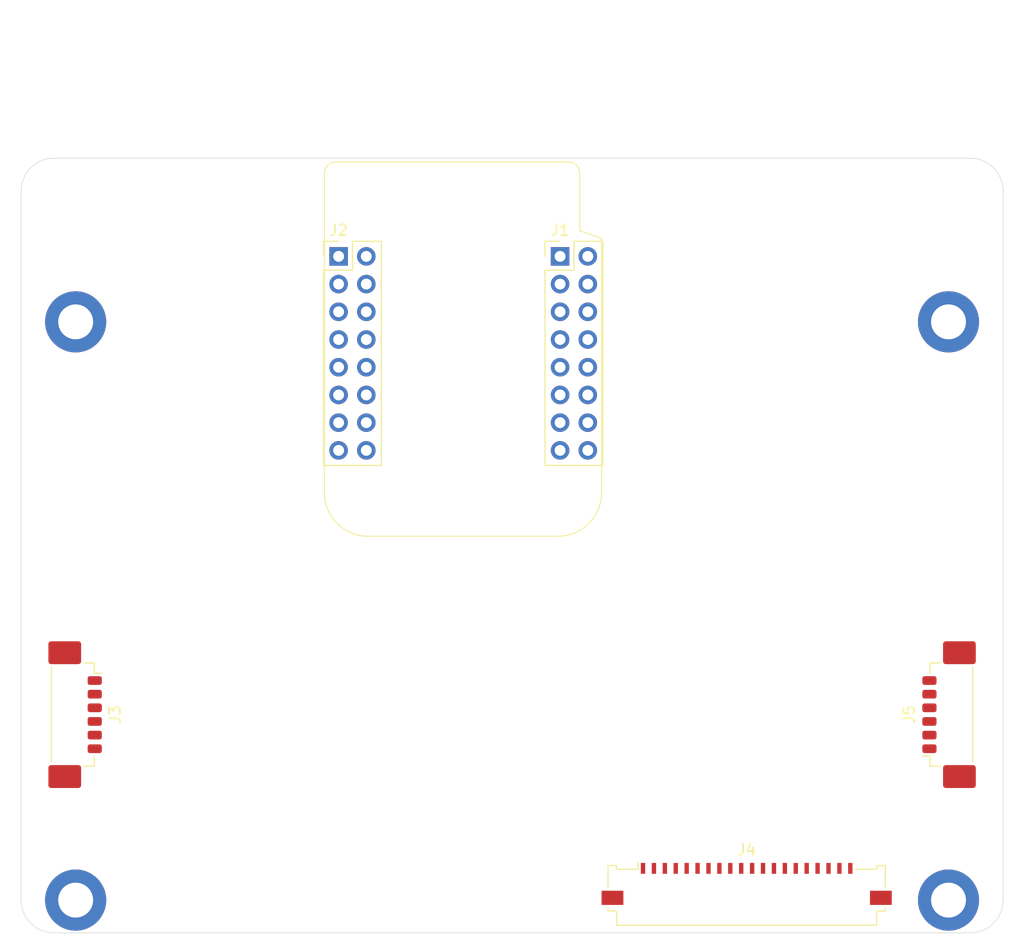
<source format=kicad_pcb>
(kicad_pcb (version 20241229) (generator "pcbnew") (generator_version "9.0")
  (layers (0 "F.Cu" signal) (2 "B.Cu" signal) (13 "F.Paste" user) (15 "B.Paste" user) (5 "F.SilkS" user "F.Silkscreen") (7 "B.SilkS" user "B.Silkscreen") (1 "F.Mask" user) (3 "B.Mask" user) (25 "Edge.Cuts" user))
  (net 0 "")
  (net 1 "GND")
  (net 2 "/GPIO10")
  (net 3 "/GPIO11")
  (net 4 "/GPIO07")
  (net 5 "/3.3V")
  (net 6 "/GPIO14")
  (net 7 "/GPIO13")
  (net 8 "/GPIO02")
  (net 9 "/GPIO08")
  (net 10 "/GPIO01")
  (net 11 "/GPIO03")
  (net 12 "/GPIO05")
  (net 13 "/GPIO04")
  (net 14 "/GPIO12")
  (net 15 "/EN")
  (net 16 "/GPIO06")
  (net 17 "/GPIO09")
  (net 18 "/GPIO38")
  (net 19 "/GPIO15")
  (net 20 "/GPIO34")
  (net 21 "/GPIO16")
  (net 22 "/GPIO40")
  (net 23 "/GPIO21")
  (net 24 "/GPIO36")
  (net 25 "/GPIO18")
  (net 26 "/GPIO35")
  (net 27 "/GPIO39")
  (net 28 "/GPIO37")
  (net 29 "/GPIO33")
  (net 30 "/GPIO17")
  (net 31 "/VBUS")
  (net 39 "Net-(J4-Pin_1)")
  (footprint "MountingHole:MountingHole_3.2mm_M3_DIN965_Pad" (layer "F.Cu") (at 185 118)
    (property "Reference" "H4" (hide yes))
    (property "Value" "MountingHole_Pad")
    (pad "1" thru_hole circle (at 0 0) (size 5.6 5.6) (drill 3.2) (layers "*.Cu" "*.Mask") (net 1 "GND"))
  )
  (footprint "Connector_FFC-FPC:Molex_200528-0200_1x20-1MP_P1.00mm_Horizontal" (layer "F.Cu") (at 166.5 116)
    (property "Reference" "J4" (at 0 -2.61 0) (layer "F.SilkS"))
    (property "Value" "Molex 200528-0200")
    (fp_line (start -12.71 -1.17) (end -12.71 0.88) (stroke (width 0.12)) (layer "F.SilkS"))
    (fp_line (start -12.71 2.7) (end -12.71 3) (stroke (width 0.12)) (layer "F.SilkS"))
    (fp_line (start -12.71 3) (end -11.91 3) (stroke (width 0.12)) (layer "F.SilkS"))
    (fp_line (start -11.94 -1.17) (end -12.71 -1.17) (stroke (width 0.12)) (layer "F.SilkS"))
    (fp_line (start -11.94 -0.82) (end -11.94 -1.17) (stroke (width 0.12)) (layer "F.SilkS"))
    (fp_line (start -11.91 3) (end -11.91 4.3) (stroke (width 0.12)) (layer "F.SilkS"))
    (fp_line (start -11.91 4.3) (end 11.91 4.3) (stroke (width 0.12)) (layer "F.SilkS"))
    (fp_line (start -9.96 -1.41) (end -9.96 -0.82) (stroke (width 0.12)) (layer "F.SilkS"))
    (fp_line (start -9.96 -0.82) (end -11.94 -0.82) (stroke (width 0.12)) (layer "F.SilkS"))
    (fp_line (start 11.91 3) (end 12.71 3) (stroke (width 0.12)) (layer "F.SilkS"))
    (fp_line (start 11.91 4.3) (end 11.91 3) (stroke (width 0.12)) (layer "F.SilkS"))
    (fp_line (start 11.94 -1.17) (end 11.94 -0.82) (stroke (width 0.12)) (layer "F.SilkS"))
    (fp_line (start 11.94 -0.82) (end 9.96 -0.82) (stroke (width 0.12)) (layer "F.SilkS"))
    (fp_line (start 12.71 -1.17) (end 11.94 -1.17) (stroke (width 0.12)) (layer "F.SilkS"))
    (fp_line (start 12.71 0.88) (end 12.71 -1.17) (stroke (width 0.12)) (layer "F.SilkS"))
    (fp_line (start 12.71 3) (end 12.71 2.7) (stroke (width 0.12)) (layer "F.SilkS"))
    (pad "1" smd rect (at -9.5 -0.91) (size 0.4 1) (layers "F.Cu" "F.Mask" "F.Paste") (net 39 "Net-(J4-Pin_1)"))
    (pad "2" smd rect (at -8.5 -0.91) (size 0.4 1) (layers "F.Cu" "F.Mask" "F.Paste") (net 39 "Net-(J4-Pin_1)"))
    (pad "3" smd rect (at -7.5 -0.91) (size 0.4 1) (layers "F.Cu" "F.Mask" "F.Paste"))
    (pad "4" smd rect (at -6.5 -0.91) (size 0.4 1) (layers "F.Cu" "F.Mask" "F.Paste"))
    (pad "5" smd rect (at -5.5 -0.91) (size 0.4 1) (layers "F.Cu" "F.Mask" "F.Paste"))
    (pad "6" smd rect (at -4.5 -0.91) (size 0.4 1) (layers "F.Cu" "F.Mask" "F.Paste"))
    (pad "7" smd rect (at -3.5 -0.91) (size 0.4 1) (layers "F.Cu" "F.Mask" "F.Paste"))
    (pad "8" smd rect (at -2.5 -0.91) (size 0.4 1) (layers "F.Cu" "F.Mask" "F.Paste"))
    (pad "9" smd rect (at -1.5 -0.91) (size 0.4 1) (layers "F.Cu" "F.Mask" "F.Paste"))
    (pad "10" smd rect (at -0.5 -0.91) (size 0.4 1) (layers "F.Cu" "F.Mask" "F.Paste"))
    (pad "11" smd rect (at 0.5 -0.91) (size 0.4 1) (layers "F.Cu" "F.Mask" "F.Paste"))
    (pad "12" smd rect (at 1.5 -0.91) (size 0.4 1) (layers "F.Cu" "F.Mask" "F.Paste"))
    (pad "13" smd rect (at 2.5 -0.91) (size 0.4 1) (layers "F.Cu" "F.Mask" "F.Paste"))
    (pad "14" smd rect (at 3.5 -0.91) (size 0.4 1) (layers "F.Cu" "F.Mask" "F.Paste"))
    (pad "15" smd rect (at 4.5 -0.91) (size 0.4 1) (layers "F.Cu" "F.Mask" "F.Paste"))
    (pad "16" smd rect (at 5.5 -0.91) (size 0.4 1) (layers "F.Cu" "F.Mask" "F.Paste"))
    (pad "17" smd rect (at 6.5 -0.91) (size 0.4 1) (layers "F.Cu" "F.Mask" "F.Paste"))
    (pad "18" smd rect (at 7.5 -0.91) (size 0.4 1) (layers "F.Cu" "F.Mask" "F.Paste"))
    (pad "19" smd rect (at 8.5 -0.91) (size 0.4 1) (layers "F.Cu" "F.Mask" "F.Paste"))
    (pad "20" smd rect (at 9.5 -0.91) (size 0.4 1) (layers "F.Cu" "F.Mask" "F.Paste"))
    (pad "MP" smd rect (at -12.3 1.79) (size 2 1.3) (layers "F.Cu" "F.Mask" "F.Paste") (net 1 "GND"))
    (pad "MP" smd rect (at 12.3 1.79) (size 2 1.3) (layers "F.Cu" "F.Mask" "F.Paste") (net 1 "GND"))
  )
  (footprint "Kharars-KiCAD-lib:Wemos S2 Mini" (layer "F.Cu") (at 140.5 67.5)
    (property "Reference" "M1" (hide yes))
    (property "Value" "Wemos S2 Mini ESP32" (hide yes))
    (fp_line (start -12.7 13.15) (end -12.7 -16.15) (stroke (width 0.1)) (layer "F.SilkS"))
    (fp_line (start -11.7 -17.15) (end 9.7 -17.15) (stroke (width 0.1)) (layer "F.SilkS"))
    (fp_line (start 8.7 17.15) (end -8.7 17.15) (stroke (width 0.1)) (layer "F.SilkS"))
    (fp_line (start 10.7 -16.15) (end 10.7 -10.85) (stroke (width 0.1)) (layer "F.SilkS"))
    (fp_line (start 10.7 -10.85) (end 12.7 -10.15) (stroke (width 0.1)) (layer "F.SilkS"))
    (fp_line (start 12.7 -10.15) (end 12.7 13.15) (stroke (width 0.1)) (layer "F.SilkS"))
    (fp_arc (start -12.7 -16.15) (mid -12.407107 -16.857107) (end -11.7 -17.15) (stroke (width 0.1)) (layer "F.SilkS"))
    (fp_arc (start -8.7 17.15) (mid -11.528427 15.978427) (end -12.7 13.15) (stroke (width 0.1)) (layer "F.SilkS"))
    (fp_arc (start 9.7 -17.15) (mid 10.407107 -16.857107) (end 10.7 -16.15) (stroke (width 0.1)) (layer "F.SilkS"))
    (fp_arc (start 12.7 13.15) (mid 11.528427 15.978427) (end 8.7 17.15) (stroke (width 0.1)) (layer "F.SilkS"))
  )
  (footprint "Connector_Molex:Molex_PicoBlade_53398-0671_1x06-1MP_P1.25mm_Vertical" (layer "F.Cu") (at 105.5 101 -90)
    (property "Reference" "J3" (at 0 -3.1 90) (layer "F.SilkS"))
    (property "Value" "Molex 53398-0671")
    (fp_line (start -4.365 2.71) (end 4.365 2.71) (stroke (width 0.12)) (layer "F.SilkS"))
    (fp_line (start -4.735 -0.26) (end -4.735 -1.21) (stroke (width 0.12)) (layer "F.SilkS"))
    (fp_line (start 4.735 -0.26) (end 4.735 -1.21) (stroke (width 0.12)) (layer "F.SilkS"))
    (fp_line (start -4.735 -1.21) (end -3.785 -1.21) (stroke (width 0.12)) (layer "F.SilkS"))
    (fp_line (start -3.785 -1.21) (end -3.785 -1.9) (stroke (width 0.12)) (layer "F.SilkS"))
    (fp_line (start 4.735 -1.21) (end 3.785 -1.21) (stroke (width 0.12)) (layer "F.SilkS"))
    (pad "1" smd roundrect (at -3.125 -1.25 270) (size 0.8 1.3) (layers "F.Cu" "F.Mask" "F.Paste"))
    (pad "2" smd roundrect (at -1.875 -1.25 270) (size 0.8 1.3) (layers "F.Cu" "F.Mask" "F.Paste"))
    (pad "3" smd roundrect (at -0.625 -1.25 270) (size 0.8 1.3) (layers "F.Cu" "F.Mask" "F.Paste"))
    (pad "4" smd roundrect (at 0.625 -1.25 270) (size 0.8 1.3) (layers "F.Cu" "F.Mask" "F.Paste"))
    (pad "5" smd roundrect (at 1.875 -1.25 270) (size 0.8 1.3) (layers "F.Cu" "F.Mask" "F.Paste"))
    (pad "6" smd roundrect (at 3.125 -1.25 270) (size 0.8 1.3) (layers "F.Cu" "F.Mask" "F.Paste"))
    (pad "MP" smd roundrect (at -5.675 1.5 270) (size 2.1 3) (layers "F.Cu" "F.Mask" "F.Paste") (roundrect_rratio 0.119048) (net 1 "GND"))
    (pad "MP" smd roundrect (at 5.675 1.5 270) (size 2.1 3) (layers "F.Cu" "F.Mask" "F.Paste") (roundrect_rratio 0.119048) (net 1 "GND"))
  )
  (footprint "MountingHole:MountingHole_3.2mm_M3_DIN965_Pad" (layer "F.Cu") (at 185 65)
    (property "Reference" "H1" (hide yes))
    (property "Value" "MountingHole_Pad")
    (pad "1" thru_hole circle (at 0 0) (size 5.6 5.6) (drill 3.2) (layers "*.Cu" "*.Mask") (net 1 "GND"))
  )
  (footprint "Connector_PinHeader_2.54mm:PinHeader_2x08_P2.54mm_Vertical" (layer "F.Cu") (at 129.1 59)
    (property "Reference" "J2" (at 0 -2.4 0) (layer "F.SilkS"))
    (property "Value" "Conn_02x08_Odd_Even" (hide yes))
    (fp_line (start -1.38 -1.38) (end 0 -1.38) (stroke (width 0.12)) (layer "F.SilkS"))
    (fp_line (start -1.38 0) (end -1.38 -1.38) (stroke (width 0.12)) (layer "F.SilkS"))
    (fp_line (start -1.38 1.27) (end -1.38 19.16) (stroke (width 0.12)) (layer "F.SilkS"))
    (fp_line (start -1.38 1.27) (end 1.27 1.27) (stroke (width 0.12)) (layer "F.SilkS"))
    (fp_line (start -1.38 19.16) (end 3.92 19.16) (stroke (width 0.12)) (layer "F.SilkS"))
    (fp_line (start 1.27 -1.38) (end 3.92 -1.38) (stroke (width 0.12)) (layer "F.SilkS"))
    (fp_line (start 1.27 1.27) (end 1.27 -1.38) (stroke (width 0.12)) (layer "F.SilkS"))
    (fp_line (start 3.92 -1.38) (end 3.92 19.16) (stroke (width 0.12)) (layer "F.SilkS"))
    (pad "1" thru_hole rect (at 0 0) (size 1.7 1.7) (drill 1) (layers "*.Cu" "*.Mask") (net 31 "/VBUS"))
    (pad "2" thru_hole circle (at 2.54 0) (size 1.7 1.7) (drill 1) (layers "*.Cu" "*.Mask") (net 19 "/GPIO15"))
    (pad "3" thru_hole circle (at 0 2.54) (size 1.7 1.7) (drill 1) (layers "*.Cu" "*.Mask") (net 1 "GND"))
    (pad "4" thru_hole circle (at 2.54 2.54) (size 1.7 1.7) (drill 1) (layers "*.Cu" "*.Mask") (net 1 "GND"))
    (pad "5" thru_hole circle (at 0 5.08) (size 1.7 1.7) (drill 1) (layers "*.Cu" "*.Mask") (net 21 "/GPIO16"))
    (pad "6" thru_hole circle (at 2.54 5.08) (size 1.7 1.7) (drill 1) (layers "*.Cu" "*.Mask") (net 30 "/GPIO17"))
    (pad "7" thru_hole circle (at 0 7.62) (size 1.7 1.7) (drill 1) (layers "*.Cu" "*.Mask") (net 25 "/GPIO18"))
    (pad "8" thru_hole circle (at 2.54 7.62) (size 1.7 1.7) (drill 1) (layers "*.Cu" "*.Mask") (net 23 "/GPIO21"))
    (pad "9" thru_hole circle (at 0 10.16) (size 1.7 1.7) (drill 1) (layers "*.Cu" "*.Mask") (net 29 "/GPIO33"))
    (pad "10" thru_hole circle (at 2.54 10.16) (size 1.7 1.7) (drill 1) (layers "*.Cu" "*.Mask") (net 20 "/GPIO34"))
    (pad "11" thru_hole circle (at 0 12.7) (size 1.7 1.7) (drill 1) (layers "*.Cu" "*.Mask") (net 26 "/GPIO35"))
    (pad "12" thru_hole circle (at 2.54 12.7) (size 1.7 1.7) (drill 1) (layers "*.Cu" "*.Mask") (net 24 "/GPIO36"))
    (pad "13" thru_hole circle (at 0 15.24) (size 1.7 1.7) (drill 1) (layers "*.Cu" "*.Mask") (net 28 "/GPIO37"))
    (pad "14" thru_hole circle (at 2.54 15.24) (size 1.7 1.7) (drill 1) (layers "*.Cu" "*.Mask") (net 18 "/GPIO38"))
    (pad "15" thru_hole circle (at 0 17.78) (size 1.7 1.7) (drill 1) (layers "*.Cu" "*.Mask") (net 27 "/GPIO39"))
    (pad "16" thru_hole circle (at 2.54 17.78) (size 1.7 1.7) (drill 1) (layers "*.Cu" "*.Mask") (net 22 "/GPIO40"))
  )
  (footprint "MountingHole:MountingHole_3.2mm_M3_DIN965_Pad" (layer "F.Cu") (at 105 118)
    (property "Reference" "H3" (hide yes))
    (property "Value" "MountingHole_Pad")
    (pad "1" thru_hole circle (at 0 0) (size 5.6 5.6) (drill 3.2) (layers "*.Cu" "*.Mask") (net 1 "GND"))
  )
  (footprint "MountingHole:MountingHole_3.2mm_M3_DIN965_Pad" (layer "F.Cu") (at 105 65)
    (property "Reference" "H2" (hide yes))
    (property "Value" "MountingHole_Pad")
    (pad "1" thru_hole circle (at 0 0) (size 5.6 5.6) (drill 3.2) (layers "*.Cu" "*.Mask") (net 1 "GND"))
  )
  (footprint "Connector_PinHeader_2.54mm:PinHeader_2x08_P2.54mm_Vertical" (layer "F.Cu") (at 149.4 59)
    (property "Reference" "J1" (at 0 -2.4 0) (layer "F.SilkS"))
    (property "Value" "Conn_02x08_Odd_Even" (hide yes))
    (fp_line (start -1.38 -1.38) (end 0 -1.38) (stroke (width 0.12)) (layer "F.SilkS"))
    (fp_line (start -1.38 0) (end -1.38 -1.38) (stroke (width 0.12)) (layer "F.SilkS"))
    (fp_line (start -1.38 1.27) (end -1.38 19.16) (stroke (width 0.12)) (layer "F.SilkS"))
    (fp_line (start -1.38 1.27) (end 1.27 1.27) (stroke (width 0.12)) (layer "F.SilkS"))
    (fp_line (start -1.38 19.16) (end 3.92 19.16) (stroke (width 0.12)) (layer "F.SilkS"))
    (fp_line (start 1.27 -1.38) (end 3.92 -1.38) (stroke (width 0.12)) (layer "F.SilkS"))
    (fp_line (start 1.27 1.27) (end 1.27 -1.38) (stroke (width 0.12)) (layer "F.SilkS"))
    (fp_line (start 3.92 -1.38) (end 3.92 19.16) (stroke (width 0.12)) (layer "F.SilkS"))
    (pad "1" thru_hole rect (at 0 0) (size 1.7 1.7) (drill 1) (layers "*.Cu" "*.Mask") (net 6 "/GPIO14"))
    (pad "2" thru_hole circle (at 2.54 0) (size 1.7 1.7) (drill 1) (layers "*.Cu" "*.Mask") (net 5 "/3.3V"))
    (pad "3" thru_hole circle (at 0 2.54) (size 1.7 1.7) (drill 1) (layers "*.Cu" "*.Mask") (net 7 "/GPIO13"))
    (pad "4" thru_hole circle (at 2.54 2.54) (size 1.7 1.7) (drill 1) (layers "*.Cu" "*.Mask") (net 14 "/GPIO12"))
    (pad "5" thru_hole circle (at 0 5.08) (size 1.7 1.7) (drill 1) (layers "*.Cu" "*.Mask") (net 2 "/GPIO10"))
    (pad "6" thru_hole circle (at 2.54 5.08) (size 1.7 1.7) (drill 1) (layers "*.Cu" "*.Mask") (net 3 "/GPIO11"))
    (pad "7" thru_hole circle (at 0 7.62) (size 1.7 1.7) (drill 1) (layers "*.Cu" "*.Mask") (net 9 "/GPIO08"))
    (pad "8" thru_hole circle (at 2.54 7.62) (size 1.7 1.7) (drill 1) (layers "*.Cu" "*.Mask") (net 17 "/GPIO09"))
    (pad "9" thru_hole circle (at 0 10.16) (size 1.7 1.7) (drill 1) (layers "*.Cu" "*.Mask") (net 16 "/GPIO06"))
    (pad "10" thru_hole circle (at 2.54 10.16) (size 1.7 1.7) (drill 1) (layers "*.Cu" "*.Mask") (net 4 "/GPIO07"))
    (pad "11" thru_hole circle (at 0 12.7) (size 1.7 1.7) (drill 1) (layers "*.Cu" "*.Mask") (net 13 "/GPIO04"))
    (pad "12" thru_hole circle (at 2.54 12.7) (size 1.7 1.7) (drill 1) (layers "*.Cu" "*.Mask") (net 12 "/GPIO05"))
    (pad "13" thru_hole circle (at 0 15.24) (size 1.7 1.7) (drill 1) (layers "*.Cu" "*.Mask") (net 8 "/GPIO02"))
    (pad "14" thru_hole circle (at 2.54 15.24) (size 1.7 1.7) (drill 1) (layers "*.Cu" "*.Mask") (net 11 "/GPIO03"))
    (pad "15" thru_hole circle (at 0 17.78) (size 1.7 1.7) (drill 1) (layers "*.Cu" "*.Mask") (net 10 "/GPIO01"))
    (pad "16" thru_hole circle (at 2.54 17.78) (size 1.7 1.7) (drill 1) (layers "*.Cu" "*.Mask") (net 15 "/EN"))
  )
  (footprint "Connector_Molex:Molex_PicoBlade_53398-0671_1x06-1MP_P1.25mm_Vertical" (layer "F.Cu") (at 184.5 101 90)
    (property "Reference" "J5" (at 0 -3.1 90) (layer "F.SilkS"))
    (property "Value" "Molex 53398-0671")
    (fp_line (start 4.735 -1.21) (end 3.785 -1.21) (stroke (width 0.12)) (layer "F.SilkS"))
    (fp_line (start -3.785 -1.21) (end -3.785 -1.9) (stroke (width 0.12)) (layer "F.SilkS"))
    (fp_line (start -4.735 -1.21) (end -3.785 -1.21) (stroke (width 0.12)) (layer "F.SilkS"))
    (fp_line (start 4.735 -0.26) (end 4.735 -1.21) (stroke (width 0.12)) (layer "F.SilkS"))
    (fp_line (start -4.735 -0.26) (end -4.735 -1.21) (stroke (width 0.12)) (layer "F.SilkS"))
    (fp_line (start -4.365 2.71) (end 4.365 2.71) (stroke (width 0.12)) (layer "F.SilkS"))
    (pad "1" smd roundrect (at -3.125 -1.25 90) (size 0.8 1.3) (layers "F.Cu" "F.Mask" "F.Paste"))
    (pad "2" smd roundrect (at -1.875 -1.25 90) (size 0.8 1.3) (layers "F.Cu" "F.Mask" "F.Paste"))
    (pad "3" smd roundrect (at -0.625 -1.25 90) (size 0.8 1.3) (layers "F.Cu" "F.Mask" "F.Paste"))
    (pad "4" smd roundrect (at 0.625 -1.25 90) (size 0.8 1.3) (layers "F.Cu" "F.Mask" "F.Paste"))
    (pad "5" smd roundrect (at 1.875 -1.25 90) (size 0.8 1.3) (layers "F.Cu" "F.Mask" "F.Paste"))
    (pad "6" smd roundrect (at 3.125 -1.25 90) (size 0.8 1.3) (layers "F.Cu" "F.Mask" "F.Paste"))
    (pad "MP" smd roundrect (at -5.675 1.5 90) (size 2.1 3) (layers "F.Cu" "F.Mask" "F.Paste") (roundrect_rratio 0.119048) (net 1 "GND"))
    (pad "MP" smd roundrect (at 5.675 1.5 90) (size 2.1 3) (layers "F.Cu" "F.Mask" "F.Paste") (roundrect_rratio 0.119048) (net 1 "GND"))
  )
  (gr_arc (start 103 121) (mid 100.87868 120.12132) (end 100 118) (stroke (width 0.05)) (layer "Edge.Cuts"))
  (gr_arc (start 100 53) (mid 100.87868 50.87868) (end 103 50) (stroke (width 0.05)) (layer "Edge.Cuts"))
  (gr_arc (start 187 50) (mid 189.12132 50.87868) (end 190 53) (stroke (width 0.05)) (layer "Edge.Cuts"))
  (gr_line (start 103 50) (end 187 50) (stroke (width 0.05)) (layer "Edge.Cuts"))
  (gr_arc (start 190 118) (mid 189.12132 120.12132) (end 187 121) (stroke (width 0.05)) (layer "Edge.Cuts"))
  (gr_line (start 100 118) (end 100 53) (stroke (width 0.05)) (layer "Edge.Cuts"))
  (gr_line (start 190 53) (end 190 118) (stroke (width 0.05)) (layer "Edge.Cuts"))
  (gr_line (start 187 121) (end 103 121) (stroke (width 0.05)) (layer "Edge.Cuts"))
)
</source>
